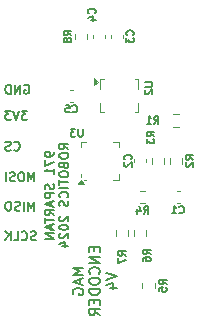
<source format=gbr>
%TF.GenerationSoftware,KiCad,Pcbnew,8.0.7-8.0.7-0~ubuntu24.04.1*%
%TF.CreationDate,2024-12-07T09:18:28-08:00*%
%TF.ProjectId,mag-encoder,6d61672d-656e-4636-9f64-65722e6b6963,4*%
%TF.SameCoordinates,Original*%
%TF.FileFunction,Legend,Bot*%
%TF.FilePolarity,Positive*%
%FSLAX46Y46*%
G04 Gerber Fmt 4.6, Leading zero omitted, Abs format (unit mm)*
G04 Created by KiCad (PCBNEW 8.0.7-8.0.7-0~ubuntu24.04.1) date 2024-12-07 09:18:28*
%MOMM*%
%LPD*%
G01*
G04 APERTURE LIST*
%ADD10C,0.127000*%
%ADD11C,0.152400*%
%ADD12C,0.120000*%
%ADD13C,0.100000*%
G04 APERTURE END LIST*
D10*
X223306008Y-122625140D02*
X223342294Y-122661426D01*
X223342294Y-122661426D02*
X223451151Y-122697711D01*
X223451151Y-122697711D02*
X223523723Y-122697711D01*
X223523723Y-122697711D02*
X223632580Y-122661426D01*
X223632580Y-122661426D02*
X223705151Y-122588854D01*
X223705151Y-122588854D02*
X223741437Y-122516283D01*
X223741437Y-122516283D02*
X223777723Y-122371140D01*
X223777723Y-122371140D02*
X223777723Y-122262283D01*
X223777723Y-122262283D02*
X223741437Y-122117140D01*
X223741437Y-122117140D02*
X223705151Y-122044568D01*
X223705151Y-122044568D02*
X223632580Y-121971997D01*
X223632580Y-121971997D02*
X223523723Y-121935711D01*
X223523723Y-121935711D02*
X223451151Y-121935711D01*
X223451151Y-121935711D02*
X223342294Y-121971997D01*
X223342294Y-121971997D02*
X223306008Y-122008283D01*
X223015723Y-122661426D02*
X222906866Y-122697711D01*
X222906866Y-122697711D02*
X222725437Y-122697711D01*
X222725437Y-122697711D02*
X222652866Y-122661426D01*
X222652866Y-122661426D02*
X222616580Y-122625140D01*
X222616580Y-122625140D02*
X222580294Y-122552568D01*
X222580294Y-122552568D02*
X222580294Y-122479997D01*
X222580294Y-122479997D02*
X222616580Y-122407426D01*
X222616580Y-122407426D02*
X222652866Y-122371140D01*
X222652866Y-122371140D02*
X222725437Y-122334854D01*
X222725437Y-122334854D02*
X222870580Y-122298568D01*
X222870580Y-122298568D02*
X222943151Y-122262283D01*
X222943151Y-122262283D02*
X222979437Y-122225997D01*
X222979437Y-122225997D02*
X223015723Y-122153426D01*
X223015723Y-122153426D02*
X223015723Y-122080854D01*
X223015723Y-122080854D02*
X222979437Y-122008283D01*
X222979437Y-122008283D02*
X222943151Y-121971997D01*
X222943151Y-121971997D02*
X222870580Y-121935711D01*
X222870580Y-121935711D02*
X222689151Y-121935711D01*
X222689151Y-121935711D02*
X222580294Y-121971997D01*
X224176866Y-117171397D02*
X224249438Y-117135111D01*
X224249438Y-117135111D02*
X224358295Y-117135111D01*
X224358295Y-117135111D02*
X224467152Y-117171397D01*
X224467152Y-117171397D02*
X224539723Y-117243968D01*
X224539723Y-117243968D02*
X224576009Y-117316540D01*
X224576009Y-117316540D02*
X224612295Y-117461683D01*
X224612295Y-117461683D02*
X224612295Y-117570540D01*
X224612295Y-117570540D02*
X224576009Y-117715683D01*
X224576009Y-117715683D02*
X224539723Y-117788254D01*
X224539723Y-117788254D02*
X224467152Y-117860826D01*
X224467152Y-117860826D02*
X224358295Y-117897111D01*
X224358295Y-117897111D02*
X224285723Y-117897111D01*
X224285723Y-117897111D02*
X224176866Y-117860826D01*
X224176866Y-117860826D02*
X224140580Y-117824540D01*
X224140580Y-117824540D02*
X224140580Y-117570540D01*
X224140580Y-117570540D02*
X224285723Y-117570540D01*
X223814009Y-117897111D02*
X223814009Y-117135111D01*
X223814009Y-117135111D02*
X223378580Y-117897111D01*
X223378580Y-117897111D02*
X223378580Y-117135111D01*
X223015723Y-117897111D02*
X223015723Y-117135111D01*
X223015723Y-117135111D02*
X222834294Y-117135111D01*
X222834294Y-117135111D02*
X222725437Y-117171397D01*
X222725437Y-117171397D02*
X222652866Y-117243968D01*
X222652866Y-117243968D02*
X222616580Y-117316540D01*
X222616580Y-117316540D02*
X222580294Y-117461683D01*
X222580294Y-117461683D02*
X222580294Y-117570540D01*
X222580294Y-117570540D02*
X222616580Y-117715683D01*
X222616580Y-117715683D02*
X222652866Y-117788254D01*
X222652866Y-117788254D02*
X222725437Y-117860826D01*
X222725437Y-117860826D02*
X222834294Y-117897111D01*
X222834294Y-117897111D02*
X223015723Y-117897111D01*
X225011437Y-127777711D02*
X225011437Y-127015711D01*
X225011437Y-127015711D02*
X224757437Y-127559997D01*
X224757437Y-127559997D02*
X224503437Y-127015711D01*
X224503437Y-127015711D02*
X224503437Y-127777711D01*
X224140580Y-127777711D02*
X224140580Y-127015711D01*
X223814009Y-127741426D02*
X223705152Y-127777711D01*
X223705152Y-127777711D02*
X223523723Y-127777711D01*
X223523723Y-127777711D02*
X223451152Y-127741426D01*
X223451152Y-127741426D02*
X223414866Y-127705140D01*
X223414866Y-127705140D02*
X223378580Y-127632568D01*
X223378580Y-127632568D02*
X223378580Y-127559997D01*
X223378580Y-127559997D02*
X223414866Y-127487426D01*
X223414866Y-127487426D02*
X223451152Y-127451140D01*
X223451152Y-127451140D02*
X223523723Y-127414854D01*
X223523723Y-127414854D02*
X223668866Y-127378568D01*
X223668866Y-127378568D02*
X223741437Y-127342283D01*
X223741437Y-127342283D02*
X223777723Y-127305997D01*
X223777723Y-127305997D02*
X223814009Y-127233426D01*
X223814009Y-127233426D02*
X223814009Y-127160854D01*
X223814009Y-127160854D02*
X223777723Y-127088283D01*
X223777723Y-127088283D02*
X223741437Y-127051997D01*
X223741437Y-127051997D02*
X223668866Y-127015711D01*
X223668866Y-127015711D02*
X223487437Y-127015711D01*
X223487437Y-127015711D02*
X223378580Y-127051997D01*
X222906866Y-127015711D02*
X222761723Y-127015711D01*
X222761723Y-127015711D02*
X222689152Y-127051997D01*
X222689152Y-127051997D02*
X222616580Y-127124568D01*
X222616580Y-127124568D02*
X222580295Y-127269711D01*
X222580295Y-127269711D02*
X222580295Y-127523711D01*
X222580295Y-127523711D02*
X222616580Y-127668854D01*
X222616580Y-127668854D02*
X222689152Y-127741426D01*
X222689152Y-127741426D02*
X222761723Y-127777711D01*
X222761723Y-127777711D02*
X222906866Y-127777711D01*
X222906866Y-127777711D02*
X222979438Y-127741426D01*
X222979438Y-127741426D02*
X223052009Y-127668854D01*
X223052009Y-127668854D02*
X223088295Y-127523711D01*
X223088295Y-127523711D02*
X223088295Y-127269711D01*
X223088295Y-127269711D02*
X223052009Y-127124568D01*
X223052009Y-127124568D02*
X222979438Y-127051997D01*
X222979438Y-127051997D02*
X222906866Y-127015711D01*
X224430865Y-119344911D02*
X223959151Y-119344911D01*
X223959151Y-119344911D02*
X224213151Y-119635197D01*
X224213151Y-119635197D02*
X224104294Y-119635197D01*
X224104294Y-119635197D02*
X224031723Y-119671483D01*
X224031723Y-119671483D02*
X223995437Y-119707768D01*
X223995437Y-119707768D02*
X223959151Y-119780340D01*
X223959151Y-119780340D02*
X223959151Y-119961768D01*
X223959151Y-119961768D02*
X223995437Y-120034340D01*
X223995437Y-120034340D02*
X224031723Y-120070626D01*
X224031723Y-120070626D02*
X224104294Y-120106911D01*
X224104294Y-120106911D02*
X224322008Y-120106911D01*
X224322008Y-120106911D02*
X224394580Y-120070626D01*
X224394580Y-120070626D02*
X224430865Y-120034340D01*
X223741437Y-119344911D02*
X223487437Y-120106911D01*
X223487437Y-120106911D02*
X223233437Y-119344911D01*
X223052008Y-119344911D02*
X222580294Y-119344911D01*
X222580294Y-119344911D02*
X222834294Y-119635197D01*
X222834294Y-119635197D02*
X222725437Y-119635197D01*
X222725437Y-119635197D02*
X222652866Y-119671483D01*
X222652866Y-119671483D02*
X222616580Y-119707768D01*
X222616580Y-119707768D02*
X222580294Y-119780340D01*
X222580294Y-119780340D02*
X222580294Y-119961768D01*
X222580294Y-119961768D02*
X222616580Y-120034340D01*
X222616580Y-120034340D02*
X222652866Y-120070626D01*
X222652866Y-120070626D02*
X222725437Y-120106911D01*
X222725437Y-120106911D02*
X222943151Y-120106911D01*
X222943151Y-120106911D02*
X223015723Y-120070626D01*
X223015723Y-120070626D02*
X223052008Y-120034340D01*
D11*
X226672560Y-122863429D02*
X226672560Y-123008572D01*
X226672560Y-123008572D02*
X226636275Y-123081143D01*
X226636275Y-123081143D02*
X226599989Y-123117429D01*
X226599989Y-123117429D02*
X226491132Y-123190000D01*
X226491132Y-123190000D02*
X226345989Y-123226286D01*
X226345989Y-123226286D02*
X226055703Y-123226286D01*
X226055703Y-123226286D02*
X225983132Y-123190000D01*
X225983132Y-123190000D02*
X225946846Y-123153715D01*
X225946846Y-123153715D02*
X225910560Y-123081143D01*
X225910560Y-123081143D02*
X225910560Y-122936000D01*
X225910560Y-122936000D02*
X225946846Y-122863429D01*
X225946846Y-122863429D02*
X225983132Y-122827143D01*
X225983132Y-122827143D02*
X226055703Y-122790857D01*
X226055703Y-122790857D02*
X226237132Y-122790857D01*
X226237132Y-122790857D02*
X226309703Y-122827143D01*
X226309703Y-122827143D02*
X226345989Y-122863429D01*
X226345989Y-122863429D02*
X226382275Y-122936000D01*
X226382275Y-122936000D02*
X226382275Y-123081143D01*
X226382275Y-123081143D02*
X226345989Y-123153715D01*
X226345989Y-123153715D02*
X226309703Y-123190000D01*
X226309703Y-123190000D02*
X226237132Y-123226286D01*
X225910560Y-123480286D02*
X225910560Y-123988286D01*
X225910560Y-123988286D02*
X226672560Y-123661714D01*
X226672560Y-124677714D02*
X226672560Y-124242285D01*
X226672560Y-124460000D02*
X225910560Y-124460000D01*
X225910560Y-124460000D02*
X226019417Y-124387428D01*
X226019417Y-124387428D02*
X226091989Y-124314857D01*
X226091989Y-124314857D02*
X226128275Y-124242285D01*
X226636275Y-125548570D02*
X226672560Y-125657428D01*
X226672560Y-125657428D02*
X226672560Y-125838856D01*
X226672560Y-125838856D02*
X226636275Y-125911428D01*
X226636275Y-125911428D02*
X226599989Y-125947713D01*
X226599989Y-125947713D02*
X226527417Y-125983999D01*
X226527417Y-125983999D02*
X226454846Y-125983999D01*
X226454846Y-125983999D02*
X226382275Y-125947713D01*
X226382275Y-125947713D02*
X226345989Y-125911428D01*
X226345989Y-125911428D02*
X226309703Y-125838856D01*
X226309703Y-125838856D02*
X226273417Y-125693713D01*
X226273417Y-125693713D02*
X226237132Y-125621142D01*
X226237132Y-125621142D02*
X226200846Y-125584856D01*
X226200846Y-125584856D02*
X226128275Y-125548570D01*
X226128275Y-125548570D02*
X226055703Y-125548570D01*
X226055703Y-125548570D02*
X225983132Y-125584856D01*
X225983132Y-125584856D02*
X225946846Y-125621142D01*
X225946846Y-125621142D02*
X225910560Y-125693713D01*
X225910560Y-125693713D02*
X225910560Y-125875142D01*
X225910560Y-125875142D02*
X225946846Y-125983999D01*
X226672560Y-126310570D02*
X225910560Y-126310570D01*
X225910560Y-126310570D02*
X225910560Y-126600856D01*
X225910560Y-126600856D02*
X225946846Y-126673427D01*
X225946846Y-126673427D02*
X225983132Y-126709713D01*
X225983132Y-126709713D02*
X226055703Y-126745999D01*
X226055703Y-126745999D02*
X226164560Y-126745999D01*
X226164560Y-126745999D02*
X226237132Y-126709713D01*
X226237132Y-126709713D02*
X226273417Y-126673427D01*
X226273417Y-126673427D02*
X226309703Y-126600856D01*
X226309703Y-126600856D02*
X226309703Y-126310570D01*
X226454846Y-127036284D02*
X226454846Y-127399142D01*
X226672560Y-126963713D02*
X225910560Y-127217713D01*
X225910560Y-127217713D02*
X226672560Y-127471713D01*
X226672560Y-128161142D02*
X226309703Y-127907142D01*
X226672560Y-127725713D02*
X225910560Y-127725713D01*
X225910560Y-127725713D02*
X225910560Y-128015999D01*
X225910560Y-128015999D02*
X225946846Y-128088570D01*
X225946846Y-128088570D02*
X225983132Y-128124856D01*
X225983132Y-128124856D02*
X226055703Y-128161142D01*
X226055703Y-128161142D02*
X226164560Y-128161142D01*
X226164560Y-128161142D02*
X226237132Y-128124856D01*
X226237132Y-128124856D02*
X226273417Y-128088570D01*
X226273417Y-128088570D02*
X226309703Y-128015999D01*
X226309703Y-128015999D02*
X226309703Y-127725713D01*
X225910560Y-128378856D02*
X225910560Y-128814285D01*
X226672560Y-128596570D02*
X225910560Y-128596570D01*
X226454846Y-129031998D02*
X226454846Y-129394856D01*
X226672560Y-128959427D02*
X225910560Y-129213427D01*
X225910560Y-129213427D02*
X226672560Y-129467427D01*
X226672560Y-129721427D02*
X225910560Y-129721427D01*
X225910560Y-129721427D02*
X226672560Y-130156856D01*
X226672560Y-130156856D02*
X225910560Y-130156856D01*
X227899337Y-122591287D02*
X227536480Y-122337287D01*
X227899337Y-122155858D02*
X227137337Y-122155858D01*
X227137337Y-122155858D02*
X227137337Y-122446144D01*
X227137337Y-122446144D02*
X227173623Y-122518715D01*
X227173623Y-122518715D02*
X227209909Y-122555001D01*
X227209909Y-122555001D02*
X227282480Y-122591287D01*
X227282480Y-122591287D02*
X227391337Y-122591287D01*
X227391337Y-122591287D02*
X227463909Y-122555001D01*
X227463909Y-122555001D02*
X227500194Y-122518715D01*
X227500194Y-122518715D02*
X227536480Y-122446144D01*
X227536480Y-122446144D02*
X227536480Y-122155858D01*
X227137337Y-123063001D02*
X227137337Y-123208144D01*
X227137337Y-123208144D02*
X227173623Y-123280715D01*
X227173623Y-123280715D02*
X227246194Y-123353287D01*
X227246194Y-123353287D02*
X227391337Y-123389572D01*
X227391337Y-123389572D02*
X227645337Y-123389572D01*
X227645337Y-123389572D02*
X227790480Y-123353287D01*
X227790480Y-123353287D02*
X227863052Y-123280715D01*
X227863052Y-123280715D02*
X227899337Y-123208144D01*
X227899337Y-123208144D02*
X227899337Y-123063001D01*
X227899337Y-123063001D02*
X227863052Y-122990430D01*
X227863052Y-122990430D02*
X227790480Y-122917858D01*
X227790480Y-122917858D02*
X227645337Y-122881572D01*
X227645337Y-122881572D02*
X227391337Y-122881572D01*
X227391337Y-122881572D02*
X227246194Y-122917858D01*
X227246194Y-122917858D02*
X227173623Y-122990430D01*
X227173623Y-122990430D02*
X227137337Y-123063001D01*
X227500194Y-123970144D02*
X227536480Y-124079001D01*
X227536480Y-124079001D02*
X227572766Y-124115287D01*
X227572766Y-124115287D02*
X227645337Y-124151573D01*
X227645337Y-124151573D02*
X227754194Y-124151573D01*
X227754194Y-124151573D02*
X227826766Y-124115287D01*
X227826766Y-124115287D02*
X227863052Y-124079001D01*
X227863052Y-124079001D02*
X227899337Y-124006430D01*
X227899337Y-124006430D02*
X227899337Y-123716144D01*
X227899337Y-123716144D02*
X227137337Y-123716144D01*
X227137337Y-123716144D02*
X227137337Y-123970144D01*
X227137337Y-123970144D02*
X227173623Y-124042716D01*
X227173623Y-124042716D02*
X227209909Y-124079001D01*
X227209909Y-124079001D02*
X227282480Y-124115287D01*
X227282480Y-124115287D02*
X227355052Y-124115287D01*
X227355052Y-124115287D02*
X227427623Y-124079001D01*
X227427623Y-124079001D02*
X227463909Y-124042716D01*
X227463909Y-124042716D02*
X227500194Y-123970144D01*
X227500194Y-123970144D02*
X227500194Y-123716144D01*
X227137337Y-124623287D02*
X227137337Y-124768430D01*
X227137337Y-124768430D02*
X227173623Y-124841001D01*
X227173623Y-124841001D02*
X227246194Y-124913573D01*
X227246194Y-124913573D02*
X227391337Y-124949858D01*
X227391337Y-124949858D02*
X227645337Y-124949858D01*
X227645337Y-124949858D02*
X227790480Y-124913573D01*
X227790480Y-124913573D02*
X227863052Y-124841001D01*
X227863052Y-124841001D02*
X227899337Y-124768430D01*
X227899337Y-124768430D02*
X227899337Y-124623287D01*
X227899337Y-124623287D02*
X227863052Y-124550716D01*
X227863052Y-124550716D02*
X227790480Y-124478144D01*
X227790480Y-124478144D02*
X227645337Y-124441858D01*
X227645337Y-124441858D02*
X227391337Y-124441858D01*
X227391337Y-124441858D02*
X227246194Y-124478144D01*
X227246194Y-124478144D02*
X227173623Y-124550716D01*
X227173623Y-124550716D02*
X227137337Y-124623287D01*
X227137337Y-125167573D02*
X227137337Y-125603002D01*
X227899337Y-125385287D02*
X227137337Y-125385287D01*
X227899337Y-125857001D02*
X227137337Y-125857001D01*
X227826766Y-126655287D02*
X227863052Y-126619001D01*
X227863052Y-126619001D02*
X227899337Y-126510144D01*
X227899337Y-126510144D02*
X227899337Y-126437572D01*
X227899337Y-126437572D02*
X227863052Y-126328715D01*
X227863052Y-126328715D02*
X227790480Y-126256144D01*
X227790480Y-126256144D02*
X227717909Y-126219858D01*
X227717909Y-126219858D02*
X227572766Y-126183572D01*
X227572766Y-126183572D02*
X227463909Y-126183572D01*
X227463909Y-126183572D02*
X227318766Y-126219858D01*
X227318766Y-126219858D02*
X227246194Y-126256144D01*
X227246194Y-126256144D02*
X227173623Y-126328715D01*
X227173623Y-126328715D02*
X227137337Y-126437572D01*
X227137337Y-126437572D02*
X227137337Y-126510144D01*
X227137337Y-126510144D02*
X227173623Y-126619001D01*
X227173623Y-126619001D02*
X227209909Y-126655287D01*
X227863052Y-126945572D02*
X227899337Y-127054430D01*
X227899337Y-127054430D02*
X227899337Y-127235858D01*
X227899337Y-127235858D02*
X227863052Y-127308430D01*
X227863052Y-127308430D02*
X227826766Y-127344715D01*
X227826766Y-127344715D02*
X227754194Y-127381001D01*
X227754194Y-127381001D02*
X227681623Y-127381001D01*
X227681623Y-127381001D02*
X227609052Y-127344715D01*
X227609052Y-127344715D02*
X227572766Y-127308430D01*
X227572766Y-127308430D02*
X227536480Y-127235858D01*
X227536480Y-127235858D02*
X227500194Y-127090715D01*
X227500194Y-127090715D02*
X227463909Y-127018144D01*
X227463909Y-127018144D02*
X227427623Y-126981858D01*
X227427623Y-126981858D02*
X227355052Y-126945572D01*
X227355052Y-126945572D02*
X227282480Y-126945572D01*
X227282480Y-126945572D02*
X227209909Y-126981858D01*
X227209909Y-126981858D02*
X227173623Y-127018144D01*
X227173623Y-127018144D02*
X227137337Y-127090715D01*
X227137337Y-127090715D02*
X227137337Y-127272144D01*
X227137337Y-127272144D02*
X227173623Y-127381001D01*
X227209909Y-128251857D02*
X227173623Y-128288143D01*
X227173623Y-128288143D02*
X227137337Y-128360715D01*
X227137337Y-128360715D02*
X227137337Y-128542143D01*
X227137337Y-128542143D02*
X227173623Y-128614715D01*
X227173623Y-128614715D02*
X227209909Y-128651000D01*
X227209909Y-128651000D02*
X227282480Y-128687286D01*
X227282480Y-128687286D02*
X227355052Y-128687286D01*
X227355052Y-128687286D02*
X227463909Y-128651000D01*
X227463909Y-128651000D02*
X227899337Y-128215572D01*
X227899337Y-128215572D02*
X227899337Y-128687286D01*
X227137337Y-129159000D02*
X227137337Y-129231571D01*
X227137337Y-129231571D02*
X227173623Y-129304143D01*
X227173623Y-129304143D02*
X227209909Y-129340429D01*
X227209909Y-129340429D02*
X227282480Y-129376714D01*
X227282480Y-129376714D02*
X227427623Y-129413000D01*
X227427623Y-129413000D02*
X227609052Y-129413000D01*
X227609052Y-129413000D02*
X227754194Y-129376714D01*
X227754194Y-129376714D02*
X227826766Y-129340429D01*
X227826766Y-129340429D02*
X227863052Y-129304143D01*
X227863052Y-129304143D02*
X227899337Y-129231571D01*
X227899337Y-129231571D02*
X227899337Y-129159000D01*
X227899337Y-129159000D02*
X227863052Y-129086429D01*
X227863052Y-129086429D02*
X227826766Y-129050143D01*
X227826766Y-129050143D02*
X227754194Y-129013857D01*
X227754194Y-129013857D02*
X227609052Y-128977571D01*
X227609052Y-128977571D02*
X227427623Y-128977571D01*
X227427623Y-128977571D02*
X227282480Y-129013857D01*
X227282480Y-129013857D02*
X227209909Y-129050143D01*
X227209909Y-129050143D02*
X227173623Y-129086429D01*
X227173623Y-129086429D02*
X227137337Y-129159000D01*
X227209909Y-129703285D02*
X227173623Y-129739571D01*
X227173623Y-129739571D02*
X227137337Y-129812143D01*
X227137337Y-129812143D02*
X227137337Y-129993571D01*
X227137337Y-129993571D02*
X227173623Y-130066143D01*
X227173623Y-130066143D02*
X227209909Y-130102428D01*
X227209909Y-130102428D02*
X227282480Y-130138714D01*
X227282480Y-130138714D02*
X227355052Y-130138714D01*
X227355052Y-130138714D02*
X227463909Y-130102428D01*
X227463909Y-130102428D02*
X227899337Y-129667000D01*
X227899337Y-129667000D02*
X227899337Y-130138714D01*
X227391337Y-130791857D02*
X227899337Y-130791857D01*
X227101052Y-130610428D02*
X227645337Y-130428999D01*
X227645337Y-130428999D02*
X227645337Y-130900714D01*
D10*
X225011437Y-125288511D02*
X225011437Y-124526511D01*
X225011437Y-124526511D02*
X224757437Y-125070797D01*
X224757437Y-125070797D02*
X224503437Y-124526511D01*
X224503437Y-124526511D02*
X224503437Y-125288511D01*
X223995437Y-124526511D02*
X223850294Y-124526511D01*
X223850294Y-124526511D02*
X223777723Y-124562797D01*
X223777723Y-124562797D02*
X223705151Y-124635368D01*
X223705151Y-124635368D02*
X223668866Y-124780511D01*
X223668866Y-124780511D02*
X223668866Y-125034511D01*
X223668866Y-125034511D02*
X223705151Y-125179654D01*
X223705151Y-125179654D02*
X223777723Y-125252226D01*
X223777723Y-125252226D02*
X223850294Y-125288511D01*
X223850294Y-125288511D02*
X223995437Y-125288511D01*
X223995437Y-125288511D02*
X224068009Y-125252226D01*
X224068009Y-125252226D02*
X224140580Y-125179654D01*
X224140580Y-125179654D02*
X224176866Y-125034511D01*
X224176866Y-125034511D02*
X224176866Y-124780511D01*
X224176866Y-124780511D02*
X224140580Y-124635368D01*
X224140580Y-124635368D02*
X224068009Y-124562797D01*
X224068009Y-124562797D02*
X223995437Y-124526511D01*
X223378580Y-125252226D02*
X223269723Y-125288511D01*
X223269723Y-125288511D02*
X223088294Y-125288511D01*
X223088294Y-125288511D02*
X223015723Y-125252226D01*
X223015723Y-125252226D02*
X222979437Y-125215940D01*
X222979437Y-125215940D02*
X222943151Y-125143368D01*
X222943151Y-125143368D02*
X222943151Y-125070797D01*
X222943151Y-125070797D02*
X222979437Y-124998226D01*
X222979437Y-124998226D02*
X223015723Y-124961940D01*
X223015723Y-124961940D02*
X223088294Y-124925654D01*
X223088294Y-124925654D02*
X223233437Y-124889368D01*
X223233437Y-124889368D02*
X223306008Y-124853083D01*
X223306008Y-124853083D02*
X223342294Y-124816797D01*
X223342294Y-124816797D02*
X223378580Y-124744226D01*
X223378580Y-124744226D02*
X223378580Y-124671654D01*
X223378580Y-124671654D02*
X223342294Y-124599083D01*
X223342294Y-124599083D02*
X223306008Y-124562797D01*
X223306008Y-124562797D02*
X223233437Y-124526511D01*
X223233437Y-124526511D02*
X223052008Y-124526511D01*
X223052008Y-124526511D02*
X222943151Y-124562797D01*
X222616580Y-125288511D02*
X222616580Y-124526511D01*
D11*
X229146904Y-132634566D02*
X228257904Y-132634566D01*
X228257904Y-132634566D02*
X228892904Y-132930900D01*
X228892904Y-132930900D02*
X228257904Y-133227233D01*
X228257904Y-133227233D02*
X229146904Y-133227233D01*
X228892904Y-133608233D02*
X228892904Y-134031566D01*
X229146904Y-133523566D02*
X228257904Y-133819900D01*
X228257904Y-133819900D02*
X229146904Y-134116233D01*
X228300237Y-134878233D02*
X228257904Y-134793566D01*
X228257904Y-134793566D02*
X228257904Y-134666566D01*
X228257904Y-134666566D02*
X228300237Y-134539566D01*
X228300237Y-134539566D02*
X228384904Y-134454900D01*
X228384904Y-134454900D02*
X228469571Y-134412566D01*
X228469571Y-134412566D02*
X228638904Y-134370233D01*
X228638904Y-134370233D02*
X228765904Y-134370233D01*
X228765904Y-134370233D02*
X228935237Y-134412566D01*
X228935237Y-134412566D02*
X229019904Y-134454900D01*
X229019904Y-134454900D02*
X229104571Y-134539566D01*
X229104571Y-134539566D02*
X229146904Y-134666566D01*
X229146904Y-134666566D02*
X229146904Y-134751233D01*
X229146904Y-134751233D02*
X229104571Y-134878233D01*
X229104571Y-134878233D02*
X229062237Y-134920566D01*
X229062237Y-134920566D02*
X228765904Y-134920566D01*
X228765904Y-134920566D02*
X228765904Y-134751233D01*
X230112477Y-130898900D02*
X230112477Y-131195234D01*
X230578144Y-131322234D02*
X230578144Y-130898900D01*
X230578144Y-130898900D02*
X229689144Y-130898900D01*
X229689144Y-130898900D02*
X229689144Y-131322234D01*
X230578144Y-131703233D02*
X229689144Y-131703233D01*
X229689144Y-131703233D02*
X230578144Y-132211233D01*
X230578144Y-132211233D02*
X229689144Y-132211233D01*
X230493477Y-133142566D02*
X230535811Y-133100233D01*
X230535811Y-133100233D02*
X230578144Y-132973233D01*
X230578144Y-132973233D02*
X230578144Y-132888566D01*
X230578144Y-132888566D02*
X230535811Y-132761566D01*
X230535811Y-132761566D02*
X230451144Y-132676900D01*
X230451144Y-132676900D02*
X230366477Y-132634566D01*
X230366477Y-132634566D02*
X230197144Y-132592233D01*
X230197144Y-132592233D02*
X230070144Y-132592233D01*
X230070144Y-132592233D02*
X229900811Y-132634566D01*
X229900811Y-132634566D02*
X229816144Y-132676900D01*
X229816144Y-132676900D02*
X229731477Y-132761566D01*
X229731477Y-132761566D02*
X229689144Y-132888566D01*
X229689144Y-132888566D02*
X229689144Y-132973233D01*
X229689144Y-132973233D02*
X229731477Y-133100233D01*
X229731477Y-133100233D02*
X229773811Y-133142566D01*
X229689144Y-133692900D02*
X229689144Y-133862233D01*
X229689144Y-133862233D02*
X229731477Y-133946900D01*
X229731477Y-133946900D02*
X229816144Y-134031566D01*
X229816144Y-134031566D02*
X229985477Y-134073900D01*
X229985477Y-134073900D02*
X230281811Y-134073900D01*
X230281811Y-134073900D02*
X230451144Y-134031566D01*
X230451144Y-134031566D02*
X230535811Y-133946900D01*
X230535811Y-133946900D02*
X230578144Y-133862233D01*
X230578144Y-133862233D02*
X230578144Y-133692900D01*
X230578144Y-133692900D02*
X230535811Y-133608233D01*
X230535811Y-133608233D02*
X230451144Y-133523566D01*
X230451144Y-133523566D02*
X230281811Y-133481233D01*
X230281811Y-133481233D02*
X229985477Y-133481233D01*
X229985477Y-133481233D02*
X229816144Y-133523566D01*
X229816144Y-133523566D02*
X229731477Y-133608233D01*
X229731477Y-133608233D02*
X229689144Y-133692900D01*
X230578144Y-134454899D02*
X229689144Y-134454899D01*
X229689144Y-134454899D02*
X229689144Y-134666566D01*
X229689144Y-134666566D02*
X229731477Y-134793566D01*
X229731477Y-134793566D02*
X229816144Y-134878233D01*
X229816144Y-134878233D02*
X229900811Y-134920566D01*
X229900811Y-134920566D02*
X230070144Y-134962899D01*
X230070144Y-134962899D02*
X230197144Y-134962899D01*
X230197144Y-134962899D02*
X230366477Y-134920566D01*
X230366477Y-134920566D02*
X230451144Y-134878233D01*
X230451144Y-134878233D02*
X230535811Y-134793566D01*
X230535811Y-134793566D02*
X230578144Y-134666566D01*
X230578144Y-134666566D02*
X230578144Y-134454899D01*
X230112477Y-135343899D02*
X230112477Y-135640233D01*
X230578144Y-135767233D02*
X230578144Y-135343899D01*
X230578144Y-135343899D02*
X229689144Y-135343899D01*
X229689144Y-135343899D02*
X229689144Y-135767233D01*
X230578144Y-136656232D02*
X230154811Y-136359899D01*
X230578144Y-136148232D02*
X229689144Y-136148232D01*
X229689144Y-136148232D02*
X229689144Y-136486899D01*
X229689144Y-136486899D02*
X229731477Y-136571566D01*
X229731477Y-136571566D02*
X229773811Y-136613899D01*
X229773811Y-136613899D02*
X229858477Y-136656232D01*
X229858477Y-136656232D02*
X229985477Y-136656232D01*
X229985477Y-136656232D02*
X230070144Y-136613899D01*
X230070144Y-136613899D02*
X230112477Y-136571566D01*
X230112477Y-136571566D02*
X230154811Y-136486899D01*
X230154811Y-136486899D02*
X230154811Y-136148232D01*
X231120384Y-133036733D02*
X232009384Y-133333067D01*
X232009384Y-133333067D02*
X231120384Y-133629400D01*
X231416717Y-134306733D02*
X232009384Y-134306733D01*
X231078051Y-134095067D02*
X231713051Y-133883400D01*
X231713051Y-133883400D02*
X231713051Y-134433733D01*
D10*
X225156580Y-130256026D02*
X225047723Y-130292311D01*
X225047723Y-130292311D02*
X224866294Y-130292311D01*
X224866294Y-130292311D02*
X224793723Y-130256026D01*
X224793723Y-130256026D02*
X224757437Y-130219740D01*
X224757437Y-130219740D02*
X224721151Y-130147168D01*
X224721151Y-130147168D02*
X224721151Y-130074597D01*
X224721151Y-130074597D02*
X224757437Y-130002026D01*
X224757437Y-130002026D02*
X224793723Y-129965740D01*
X224793723Y-129965740D02*
X224866294Y-129929454D01*
X224866294Y-129929454D02*
X225011437Y-129893168D01*
X225011437Y-129893168D02*
X225084008Y-129856883D01*
X225084008Y-129856883D02*
X225120294Y-129820597D01*
X225120294Y-129820597D02*
X225156580Y-129748026D01*
X225156580Y-129748026D02*
X225156580Y-129675454D01*
X225156580Y-129675454D02*
X225120294Y-129602883D01*
X225120294Y-129602883D02*
X225084008Y-129566597D01*
X225084008Y-129566597D02*
X225011437Y-129530311D01*
X225011437Y-129530311D02*
X224830008Y-129530311D01*
X224830008Y-129530311D02*
X224721151Y-129566597D01*
X223959151Y-130219740D02*
X223995437Y-130256026D01*
X223995437Y-130256026D02*
X224104294Y-130292311D01*
X224104294Y-130292311D02*
X224176866Y-130292311D01*
X224176866Y-130292311D02*
X224285723Y-130256026D01*
X224285723Y-130256026D02*
X224358294Y-130183454D01*
X224358294Y-130183454D02*
X224394580Y-130110883D01*
X224394580Y-130110883D02*
X224430866Y-129965740D01*
X224430866Y-129965740D02*
X224430866Y-129856883D01*
X224430866Y-129856883D02*
X224394580Y-129711740D01*
X224394580Y-129711740D02*
X224358294Y-129639168D01*
X224358294Y-129639168D02*
X224285723Y-129566597D01*
X224285723Y-129566597D02*
X224176866Y-129530311D01*
X224176866Y-129530311D02*
X224104294Y-129530311D01*
X224104294Y-129530311D02*
X223995437Y-129566597D01*
X223995437Y-129566597D02*
X223959151Y-129602883D01*
X223269723Y-130292311D02*
X223632580Y-130292311D01*
X223632580Y-130292311D02*
X223632580Y-129530311D01*
X223015723Y-130292311D02*
X223015723Y-129530311D01*
X222580294Y-130292311D02*
X222906866Y-129856883D01*
X222580294Y-129530311D02*
X223015723Y-129965740D01*
X235160959Y-121483966D02*
X234858578Y-121272299D01*
X235160959Y-121121109D02*
X234525959Y-121121109D01*
X234525959Y-121121109D02*
X234525959Y-121363014D01*
X234525959Y-121363014D02*
X234556197Y-121423490D01*
X234556197Y-121423490D02*
X234586435Y-121453728D01*
X234586435Y-121453728D02*
X234646911Y-121483966D01*
X234646911Y-121483966D02*
X234737625Y-121483966D01*
X234737625Y-121483966D02*
X234798101Y-121453728D01*
X234798101Y-121453728D02*
X234828340Y-121423490D01*
X234828340Y-121423490D02*
X234858578Y-121363014D01*
X234858578Y-121363014D02*
X234858578Y-121121109D01*
X234525959Y-121695633D02*
X234525959Y-122088728D01*
X234525959Y-122088728D02*
X234767863Y-121877061D01*
X234767863Y-121877061D02*
X234767863Y-121967776D01*
X234767863Y-121967776D02*
X234798101Y-122028252D01*
X234798101Y-122028252D02*
X234828340Y-122058490D01*
X234828340Y-122058490D02*
X234888816Y-122088728D01*
X234888816Y-122088728D02*
X235040006Y-122088728D01*
X235040006Y-122088728D02*
X235100482Y-122058490D01*
X235100482Y-122058490D02*
X235130721Y-122028252D01*
X235130721Y-122028252D02*
X235160959Y-121967776D01*
X235160959Y-121967776D02*
X235160959Y-121786347D01*
X235160959Y-121786347D02*
X235130721Y-121725871D01*
X235130721Y-121725871D02*
X235100482Y-121695633D01*
X233196682Y-123454166D02*
X233226921Y-123423928D01*
X233226921Y-123423928D02*
X233257159Y-123333214D01*
X233257159Y-123333214D02*
X233257159Y-123272738D01*
X233257159Y-123272738D02*
X233226921Y-123182023D01*
X233226921Y-123182023D02*
X233166444Y-123121547D01*
X233166444Y-123121547D02*
X233105968Y-123091309D01*
X233105968Y-123091309D02*
X232985016Y-123061071D01*
X232985016Y-123061071D02*
X232894301Y-123061071D01*
X232894301Y-123061071D02*
X232773349Y-123091309D01*
X232773349Y-123091309D02*
X232712873Y-123121547D01*
X232712873Y-123121547D02*
X232652397Y-123182023D01*
X232652397Y-123182023D02*
X232622159Y-123272738D01*
X232622159Y-123272738D02*
X232622159Y-123333214D01*
X232622159Y-123333214D02*
X232652397Y-123423928D01*
X232652397Y-123423928D02*
X232682635Y-123454166D01*
X232682635Y-123696071D02*
X232652397Y-123726309D01*
X232652397Y-123726309D02*
X232622159Y-123786785D01*
X232622159Y-123786785D02*
X232622159Y-123937976D01*
X232622159Y-123937976D02*
X232652397Y-123998452D01*
X232652397Y-123998452D02*
X232682635Y-124028690D01*
X232682635Y-124028690D02*
X232743111Y-124058928D01*
X232743111Y-124058928D02*
X232803587Y-124058928D01*
X232803587Y-124058928D02*
X232894301Y-124028690D01*
X232894301Y-124028690D02*
X233257159Y-123665833D01*
X233257159Y-123665833D02*
X233257159Y-124058928D01*
X230147482Y-111069966D02*
X230177721Y-111039728D01*
X230177721Y-111039728D02*
X230207959Y-110949014D01*
X230207959Y-110949014D02*
X230207959Y-110888538D01*
X230207959Y-110888538D02*
X230177721Y-110797823D01*
X230177721Y-110797823D02*
X230117244Y-110737347D01*
X230117244Y-110737347D02*
X230056768Y-110707109D01*
X230056768Y-110707109D02*
X229935816Y-110676871D01*
X229935816Y-110676871D02*
X229845101Y-110676871D01*
X229845101Y-110676871D02*
X229724149Y-110707109D01*
X229724149Y-110707109D02*
X229663673Y-110737347D01*
X229663673Y-110737347D02*
X229603197Y-110797823D01*
X229603197Y-110797823D02*
X229572959Y-110888538D01*
X229572959Y-110888538D02*
X229572959Y-110949014D01*
X229572959Y-110949014D02*
X229603197Y-111039728D01*
X229603197Y-111039728D02*
X229633435Y-111069966D01*
X229784625Y-111614252D02*
X230207959Y-111614252D01*
X229542721Y-111463061D02*
X229996292Y-111311871D01*
X229996292Y-111311871D02*
X229996292Y-111704966D01*
X234373559Y-116914990D02*
X234887606Y-116914990D01*
X234887606Y-116914990D02*
X234948082Y-116945228D01*
X234948082Y-116945228D02*
X234978321Y-116975466D01*
X234978321Y-116975466D02*
X235008559Y-117035942D01*
X235008559Y-117035942D02*
X235008559Y-117156895D01*
X235008559Y-117156895D02*
X234978321Y-117217371D01*
X234978321Y-117217371D02*
X234948082Y-117247609D01*
X234948082Y-117247609D02*
X234887606Y-117277847D01*
X234887606Y-117277847D02*
X234373559Y-117277847D01*
X234434035Y-117549990D02*
X234403797Y-117580228D01*
X234403797Y-117580228D02*
X234373559Y-117640704D01*
X234373559Y-117640704D02*
X234373559Y-117791895D01*
X234373559Y-117791895D02*
X234403797Y-117852371D01*
X234403797Y-117852371D02*
X234434035Y-117882609D01*
X234434035Y-117882609D02*
X234494511Y-117912847D01*
X234494511Y-117912847D02*
X234554987Y-117912847D01*
X234554987Y-117912847D02*
X234645701Y-117882609D01*
X234645701Y-117882609D02*
X235008559Y-117519752D01*
X235008559Y-117519752D02*
X235008559Y-117912847D01*
X232747959Y-131593166D02*
X232445578Y-131381499D01*
X232747959Y-131230309D02*
X232112959Y-131230309D01*
X232112959Y-131230309D02*
X232112959Y-131472214D01*
X232112959Y-131472214D02*
X232143197Y-131532690D01*
X232143197Y-131532690D02*
X232173435Y-131562928D01*
X232173435Y-131562928D02*
X232233911Y-131593166D01*
X232233911Y-131593166D02*
X232324625Y-131593166D01*
X232324625Y-131593166D02*
X232385101Y-131562928D01*
X232385101Y-131562928D02*
X232415340Y-131532690D01*
X232415340Y-131532690D02*
X232445578Y-131472214D01*
X232445578Y-131472214D02*
X232445578Y-131230309D01*
X232112959Y-131804833D02*
X232112959Y-132228166D01*
X232112959Y-132228166D02*
X232747959Y-131956023D01*
X228248633Y-119403482D02*
X228278871Y-119433721D01*
X228278871Y-119433721D02*
X228369585Y-119463959D01*
X228369585Y-119463959D02*
X228430061Y-119463959D01*
X228430061Y-119463959D02*
X228520776Y-119433721D01*
X228520776Y-119433721D02*
X228581252Y-119373244D01*
X228581252Y-119373244D02*
X228611490Y-119312768D01*
X228611490Y-119312768D02*
X228641728Y-119191816D01*
X228641728Y-119191816D02*
X228641728Y-119101101D01*
X228641728Y-119101101D02*
X228611490Y-118980149D01*
X228611490Y-118980149D02*
X228581252Y-118919673D01*
X228581252Y-118919673D02*
X228520776Y-118859197D01*
X228520776Y-118859197D02*
X228430061Y-118828959D01*
X228430061Y-118828959D02*
X228369585Y-118828959D01*
X228369585Y-118828959D02*
X228278871Y-118859197D01*
X228278871Y-118859197D02*
X228248633Y-118889435D01*
X227674109Y-118828959D02*
X227976490Y-118828959D01*
X227976490Y-118828959D02*
X228006728Y-119131340D01*
X228006728Y-119131340D02*
X227976490Y-119101101D01*
X227976490Y-119101101D02*
X227916014Y-119070863D01*
X227916014Y-119070863D02*
X227764823Y-119070863D01*
X227764823Y-119070863D02*
X227704347Y-119101101D01*
X227704347Y-119101101D02*
X227674109Y-119131340D01*
X227674109Y-119131340D02*
X227643871Y-119191816D01*
X227643871Y-119191816D02*
X227643871Y-119343006D01*
X227643871Y-119343006D02*
X227674109Y-119403482D01*
X227674109Y-119403482D02*
X227704347Y-119433721D01*
X227704347Y-119433721D02*
X227764823Y-119463959D01*
X227764823Y-119463959D02*
X227916014Y-119463959D01*
X227916014Y-119463959D02*
X227976490Y-119433721D01*
X227976490Y-119433721D02*
X228006728Y-119403482D01*
X236227759Y-134031566D02*
X235925378Y-133819899D01*
X236227759Y-133668709D02*
X235592759Y-133668709D01*
X235592759Y-133668709D02*
X235592759Y-133910614D01*
X235592759Y-133910614D02*
X235622997Y-133971090D01*
X235622997Y-133971090D02*
X235653235Y-134001328D01*
X235653235Y-134001328D02*
X235713711Y-134031566D01*
X235713711Y-134031566D02*
X235804425Y-134031566D01*
X235804425Y-134031566D02*
X235864901Y-134001328D01*
X235864901Y-134001328D02*
X235895140Y-133971090D01*
X235895140Y-133971090D02*
X235925378Y-133910614D01*
X235925378Y-133910614D02*
X235925378Y-133668709D01*
X235592759Y-134606090D02*
X235592759Y-134303709D01*
X235592759Y-134303709D02*
X235895140Y-134273471D01*
X235895140Y-134273471D02*
X235864901Y-134303709D01*
X235864901Y-134303709D02*
X235834663Y-134364185D01*
X235834663Y-134364185D02*
X235834663Y-134515376D01*
X235834663Y-134515376D02*
X235864901Y-134575852D01*
X235864901Y-134575852D02*
X235895140Y-134606090D01*
X235895140Y-134606090D02*
X235955616Y-134636328D01*
X235955616Y-134636328D02*
X236106806Y-134636328D01*
X236106806Y-134636328D02*
X236167282Y-134606090D01*
X236167282Y-134606090D02*
X236197521Y-134575852D01*
X236197521Y-134575852D02*
X236227759Y-134515376D01*
X236227759Y-134515376D02*
X236227759Y-134364185D01*
X236227759Y-134364185D02*
X236197521Y-134303709D01*
X236197521Y-134303709D02*
X236167282Y-134273471D01*
X238488359Y-123465166D02*
X238185978Y-123253499D01*
X238488359Y-123102309D02*
X237853359Y-123102309D01*
X237853359Y-123102309D02*
X237853359Y-123344214D01*
X237853359Y-123344214D02*
X237883597Y-123404690D01*
X237883597Y-123404690D02*
X237913835Y-123434928D01*
X237913835Y-123434928D02*
X237974311Y-123465166D01*
X237974311Y-123465166D02*
X238065025Y-123465166D01*
X238065025Y-123465166D02*
X238125501Y-123434928D01*
X238125501Y-123434928D02*
X238155740Y-123404690D01*
X238155740Y-123404690D02*
X238185978Y-123344214D01*
X238185978Y-123344214D02*
X238185978Y-123102309D01*
X237913835Y-123707071D02*
X237883597Y-123737309D01*
X237883597Y-123737309D02*
X237853359Y-123797785D01*
X237853359Y-123797785D02*
X237853359Y-123948976D01*
X237853359Y-123948976D02*
X237883597Y-124009452D01*
X237883597Y-124009452D02*
X237913835Y-124039690D01*
X237913835Y-124039690D02*
X237974311Y-124069928D01*
X237974311Y-124069928D02*
X238034787Y-124069928D01*
X238034787Y-124069928D02*
X238125501Y-124039690D01*
X238125501Y-124039690D02*
X238488359Y-123676833D01*
X238488359Y-123676833D02*
X238488359Y-124069928D01*
X237291033Y-127963282D02*
X237321271Y-127993521D01*
X237321271Y-127993521D02*
X237411985Y-128023759D01*
X237411985Y-128023759D02*
X237472461Y-128023759D01*
X237472461Y-128023759D02*
X237563176Y-127993521D01*
X237563176Y-127993521D02*
X237623652Y-127933044D01*
X237623652Y-127933044D02*
X237653890Y-127872568D01*
X237653890Y-127872568D02*
X237684128Y-127751616D01*
X237684128Y-127751616D02*
X237684128Y-127660901D01*
X237684128Y-127660901D02*
X237653890Y-127539949D01*
X237653890Y-127539949D02*
X237623652Y-127479473D01*
X237623652Y-127479473D02*
X237563176Y-127418997D01*
X237563176Y-127418997D02*
X237472461Y-127388759D01*
X237472461Y-127388759D02*
X237411985Y-127388759D01*
X237411985Y-127388759D02*
X237321271Y-127418997D01*
X237321271Y-127418997D02*
X237291033Y-127449235D01*
X236686271Y-128023759D02*
X237049128Y-128023759D01*
X236867700Y-128023759D02*
X236867700Y-127388759D01*
X236867700Y-127388759D02*
X236928176Y-127479473D01*
X236928176Y-127479473D02*
X236988652Y-127539949D01*
X236988652Y-127539949D02*
X237049128Y-127570187D01*
X235157433Y-120429159D02*
X235369100Y-120126778D01*
X235520290Y-120429159D02*
X235520290Y-119794159D01*
X235520290Y-119794159D02*
X235278385Y-119794159D01*
X235278385Y-119794159D02*
X235217909Y-119824397D01*
X235217909Y-119824397D02*
X235187671Y-119854635D01*
X235187671Y-119854635D02*
X235157433Y-119915111D01*
X235157433Y-119915111D02*
X235157433Y-120005825D01*
X235157433Y-120005825D02*
X235187671Y-120066301D01*
X235187671Y-120066301D02*
X235217909Y-120096540D01*
X235217909Y-120096540D02*
X235278385Y-120126778D01*
X235278385Y-120126778D02*
X235520290Y-120126778D01*
X234552671Y-120429159D02*
X234915528Y-120429159D01*
X234734100Y-120429159D02*
X234734100Y-119794159D01*
X234734100Y-119794159D02*
X234794576Y-119884873D01*
X234794576Y-119884873D02*
X234855052Y-119945349D01*
X234855052Y-119945349D02*
X234915528Y-119975587D01*
X234293833Y-128049159D02*
X234505500Y-127746778D01*
X234656690Y-128049159D02*
X234656690Y-127414159D01*
X234656690Y-127414159D02*
X234414785Y-127414159D01*
X234414785Y-127414159D02*
X234354309Y-127444397D01*
X234354309Y-127444397D02*
X234324071Y-127474635D01*
X234324071Y-127474635D02*
X234293833Y-127535111D01*
X234293833Y-127535111D02*
X234293833Y-127625825D01*
X234293833Y-127625825D02*
X234324071Y-127686301D01*
X234324071Y-127686301D02*
X234354309Y-127716540D01*
X234354309Y-127716540D02*
X234414785Y-127746778D01*
X234414785Y-127746778D02*
X234656690Y-127746778D01*
X233749547Y-127625825D02*
X233749547Y-128049159D01*
X233900738Y-127383921D02*
X234051928Y-127837492D01*
X234051928Y-127837492D02*
X233658833Y-127837492D01*
X233373282Y-112924166D02*
X233403521Y-112893928D01*
X233403521Y-112893928D02*
X233433759Y-112803214D01*
X233433759Y-112803214D02*
X233433759Y-112742738D01*
X233433759Y-112742738D02*
X233403521Y-112652023D01*
X233403521Y-112652023D02*
X233343044Y-112591547D01*
X233343044Y-112591547D02*
X233282568Y-112561309D01*
X233282568Y-112561309D02*
X233161616Y-112531071D01*
X233161616Y-112531071D02*
X233070901Y-112531071D01*
X233070901Y-112531071D02*
X232949949Y-112561309D01*
X232949949Y-112561309D02*
X232889473Y-112591547D01*
X232889473Y-112591547D02*
X232828997Y-112652023D01*
X232828997Y-112652023D02*
X232798759Y-112742738D01*
X232798759Y-112742738D02*
X232798759Y-112803214D01*
X232798759Y-112803214D02*
X232828997Y-112893928D01*
X232828997Y-112893928D02*
X232859235Y-112924166D01*
X232798759Y-113135833D02*
X232798759Y-113528928D01*
X232798759Y-113528928D02*
X233040663Y-113317261D01*
X233040663Y-113317261D02*
X233040663Y-113407976D01*
X233040663Y-113407976D02*
X233070901Y-113468452D01*
X233070901Y-113468452D02*
X233101140Y-113498690D01*
X233101140Y-113498690D02*
X233161616Y-113528928D01*
X233161616Y-113528928D02*
X233312806Y-113528928D01*
X233312806Y-113528928D02*
X233373282Y-113498690D01*
X233373282Y-113498690D02*
X233403521Y-113468452D01*
X233403521Y-113468452D02*
X233433759Y-113407976D01*
X233433759Y-113407976D02*
X233433759Y-113226547D01*
X233433759Y-113226547D02*
X233403521Y-113166071D01*
X233403521Y-113166071D02*
X233373282Y-113135833D01*
X229109209Y-120886359D02*
X229109209Y-121400406D01*
X229109209Y-121400406D02*
X229078971Y-121460882D01*
X229078971Y-121460882D02*
X229048733Y-121491121D01*
X229048733Y-121491121D02*
X228988257Y-121521359D01*
X228988257Y-121521359D02*
X228867304Y-121521359D01*
X228867304Y-121521359D02*
X228806828Y-121491121D01*
X228806828Y-121491121D02*
X228776590Y-121460882D01*
X228776590Y-121460882D02*
X228746352Y-121400406D01*
X228746352Y-121400406D02*
X228746352Y-120886359D01*
X228504447Y-120886359D02*
X228111352Y-120886359D01*
X228111352Y-120886359D02*
X228323019Y-121128263D01*
X228323019Y-121128263D02*
X228232304Y-121128263D01*
X228232304Y-121128263D02*
X228171828Y-121158501D01*
X228171828Y-121158501D02*
X228141590Y-121188740D01*
X228141590Y-121188740D02*
X228111352Y-121249216D01*
X228111352Y-121249216D02*
X228111352Y-121400406D01*
X228111352Y-121400406D02*
X228141590Y-121460882D01*
X228141590Y-121460882D02*
X228171828Y-121491121D01*
X228171828Y-121491121D02*
X228232304Y-121521359D01*
X228232304Y-121521359D02*
X228413733Y-121521359D01*
X228413733Y-121521359D02*
X228474209Y-121491121D01*
X228474209Y-121491121D02*
X228504447Y-121460882D01*
X234881559Y-131466166D02*
X234579178Y-131254499D01*
X234881559Y-131103309D02*
X234246559Y-131103309D01*
X234246559Y-131103309D02*
X234246559Y-131345214D01*
X234246559Y-131345214D02*
X234276797Y-131405690D01*
X234276797Y-131405690D02*
X234307035Y-131435928D01*
X234307035Y-131435928D02*
X234367511Y-131466166D01*
X234367511Y-131466166D02*
X234458225Y-131466166D01*
X234458225Y-131466166D02*
X234518701Y-131435928D01*
X234518701Y-131435928D02*
X234548940Y-131405690D01*
X234548940Y-131405690D02*
X234579178Y-131345214D01*
X234579178Y-131345214D02*
X234579178Y-131103309D01*
X234246559Y-132010452D02*
X234246559Y-131889499D01*
X234246559Y-131889499D02*
X234276797Y-131829023D01*
X234276797Y-131829023D02*
X234307035Y-131798785D01*
X234307035Y-131798785D02*
X234397749Y-131738309D01*
X234397749Y-131738309D02*
X234518701Y-131708071D01*
X234518701Y-131708071D02*
X234760606Y-131708071D01*
X234760606Y-131708071D02*
X234821082Y-131738309D01*
X234821082Y-131738309D02*
X234851321Y-131768547D01*
X234851321Y-131768547D02*
X234881559Y-131829023D01*
X234881559Y-131829023D02*
X234881559Y-131949976D01*
X234881559Y-131949976D02*
X234851321Y-132010452D01*
X234851321Y-132010452D02*
X234821082Y-132040690D01*
X234821082Y-132040690D02*
X234760606Y-132070928D01*
X234760606Y-132070928D02*
X234609416Y-132070928D01*
X234609416Y-132070928D02*
X234548940Y-132040690D01*
X234548940Y-132040690D02*
X234518701Y-132010452D01*
X234518701Y-132010452D02*
X234488463Y-131949976D01*
X234488463Y-131949976D02*
X234488463Y-131829023D01*
X234488463Y-131829023D02*
X234518701Y-131768547D01*
X234518701Y-131768547D02*
X234548940Y-131738309D01*
X234548940Y-131738309D02*
X234609416Y-131708071D01*
X228150559Y-112924166D02*
X227848178Y-112712499D01*
X228150559Y-112561309D02*
X227515559Y-112561309D01*
X227515559Y-112561309D02*
X227515559Y-112803214D01*
X227515559Y-112803214D02*
X227545797Y-112863690D01*
X227545797Y-112863690D02*
X227576035Y-112893928D01*
X227576035Y-112893928D02*
X227636511Y-112924166D01*
X227636511Y-112924166D02*
X227727225Y-112924166D01*
X227727225Y-112924166D02*
X227787701Y-112893928D01*
X227787701Y-112893928D02*
X227817940Y-112863690D01*
X227817940Y-112863690D02*
X227848178Y-112803214D01*
X227848178Y-112803214D02*
X227848178Y-112561309D01*
X227787701Y-113287023D02*
X227757463Y-113226547D01*
X227757463Y-113226547D02*
X227727225Y-113196309D01*
X227727225Y-113196309D02*
X227666749Y-113166071D01*
X227666749Y-113166071D02*
X227636511Y-113166071D01*
X227636511Y-113166071D02*
X227576035Y-113196309D01*
X227576035Y-113196309D02*
X227545797Y-113226547D01*
X227545797Y-113226547D02*
X227515559Y-113287023D01*
X227515559Y-113287023D02*
X227515559Y-113407976D01*
X227515559Y-113407976D02*
X227545797Y-113468452D01*
X227545797Y-113468452D02*
X227576035Y-113498690D01*
X227576035Y-113498690D02*
X227636511Y-113528928D01*
X227636511Y-113528928D02*
X227666749Y-113528928D01*
X227666749Y-113528928D02*
X227727225Y-113498690D01*
X227727225Y-113498690D02*
X227757463Y-113468452D01*
X227757463Y-113468452D02*
X227787701Y-113407976D01*
X227787701Y-113407976D02*
X227787701Y-113287023D01*
X227787701Y-113287023D02*
X227817940Y-113226547D01*
X227817940Y-113226547D02*
X227848178Y-113196309D01*
X227848178Y-113196309D02*
X227908654Y-113166071D01*
X227908654Y-113166071D02*
X228029606Y-113166071D01*
X228029606Y-113166071D02*
X228090082Y-113196309D01*
X228090082Y-113196309D02*
X228120321Y-113226547D01*
X228120321Y-113226547D02*
X228150559Y-113287023D01*
X228150559Y-113287023D02*
X228150559Y-113407976D01*
X228150559Y-113407976D02*
X228120321Y-113468452D01*
X228120321Y-113468452D02*
X228090082Y-113498690D01*
X228090082Y-113498690D02*
X228029606Y-113528928D01*
X228029606Y-113528928D02*
X227908654Y-113528928D01*
X227908654Y-113528928D02*
X227848178Y-113498690D01*
X227848178Y-113498690D02*
X227817940Y-113468452D01*
X227817940Y-113468452D02*
X227787701Y-113407976D01*
D12*
%TO.C,R3*%
X234986300Y-123808258D02*
X234986300Y-123333742D01*
X236031300Y-123808258D02*
X236031300Y-123333742D01*
%TO.C,C2*%
X233474800Y-123430420D02*
X233474800Y-123711580D01*
X234494800Y-123430420D02*
X234494800Y-123711580D01*
%TO.C,C4*%
X229995000Y-113170580D02*
X229995000Y-112889420D01*
X231015000Y-113170580D02*
X231015000Y-112889420D01*
D13*
%TO.C,U2*%
X230606800Y-116659200D02*
X230906800Y-116659200D01*
X230606800Y-117459200D02*
X230606800Y-116659200D01*
X230606800Y-119459200D02*
X230606800Y-118659200D01*
X230906800Y-119459200D02*
X230606800Y-119459200D01*
X233506800Y-116659200D02*
X233806800Y-116659200D01*
X233506800Y-119459200D02*
X233806800Y-119459200D01*
X233806800Y-116659200D02*
X233806800Y-117459200D01*
X233806800Y-119459200D02*
X233806800Y-118659200D01*
X230406800Y-116859200D02*
X230106800Y-117159200D01*
X230106800Y-116559200D01*
X230406800Y-116859200D01*
G36*
X230406800Y-116859200D02*
G01*
X230106800Y-117159200D01*
X230106800Y-116559200D01*
X230406800Y-116859200D01*
G37*
D12*
%TO.C,R7*%
X231938300Y-129904258D02*
X231938300Y-129429742D01*
X232983300Y-129904258D02*
X232983300Y-129429742D01*
%TO.C,C5*%
X228002220Y-117549200D02*
X228283380Y-117549200D01*
X228002220Y-118569200D02*
X228283380Y-118569200D01*
%TO.C,R5*%
X234173500Y-133874742D02*
X234173500Y-134349258D01*
X235218500Y-133874742D02*
X235218500Y-134349258D01*
%TO.C,R2*%
X236510300Y-123808258D02*
X236510300Y-123333742D01*
X237555300Y-123808258D02*
X237555300Y-123333742D01*
%TO.C,C1*%
X237376580Y-126109000D02*
X237095420Y-126109000D01*
X237376580Y-127129000D02*
X237095420Y-127129000D01*
%TO.C,R1*%
X237270058Y-119619500D02*
X236795542Y-119619500D01*
X237270058Y-120664500D02*
X236795542Y-120664500D01*
%TO.C,R4*%
X234425258Y-126096500D02*
X233950742Y-126096500D01*
X234425258Y-127141500D02*
X233950742Y-127141500D01*
%TO.C,C3*%
X231519000Y-113170580D02*
X231519000Y-112889420D01*
X232539000Y-113170580D02*
X232539000Y-112889420D01*
%TO.C,U3*%
X228945800Y-121961000D02*
X229420800Y-121961000D01*
X228945800Y-122436000D02*
X228945800Y-121961000D01*
X228945800Y-124941000D02*
X228945800Y-124706000D01*
X229245800Y-125181000D02*
X229420800Y-125181000D01*
X232165800Y-121961000D02*
X231690800Y-121961000D01*
X232165800Y-122436000D02*
X232165800Y-121961000D01*
X232165800Y-124706000D02*
X232165800Y-125181000D01*
X232165800Y-125181000D02*
X231690800Y-125181000D01*
X229185800Y-125511000D02*
X228705800Y-125511000D01*
X228945800Y-125181000D01*
X229185800Y-125511000D01*
G36*
X229185800Y-125511000D02*
G01*
X228705800Y-125511000D01*
X228945800Y-125181000D01*
X229185800Y-125511000D01*
G37*
%TO.C,R6*%
X233462300Y-129904258D02*
X233462300Y-129429742D01*
X234507300Y-129904258D02*
X234507300Y-129429742D01*
%TO.C,R8*%
X228458500Y-113267258D02*
X228458500Y-112792742D01*
X229503500Y-113267258D02*
X229503500Y-112792742D01*
%TD*%
M02*

</source>
